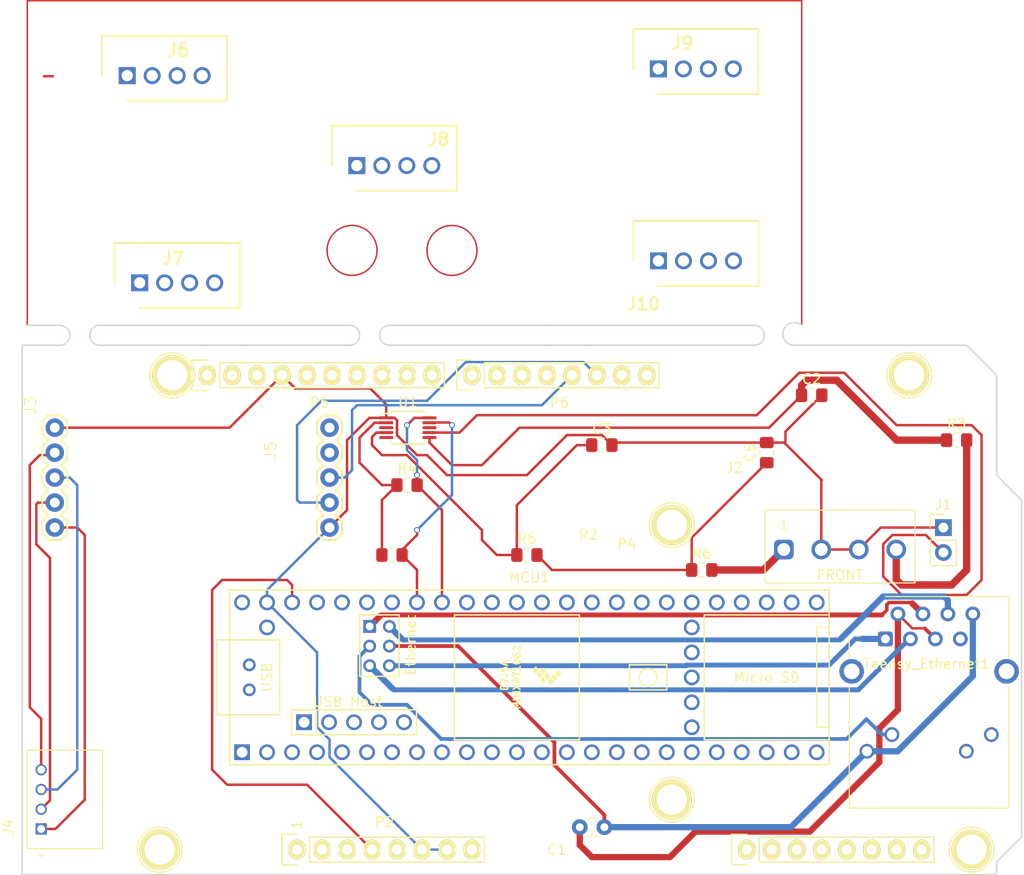
<source format=kicad_pcb>
(kicad_pcb (version 20211014) (generator pcbnew)
  (title_block (date "mar. 31 mars 2015"))
  (layers (0 "F.Cu" signal) (31 "B.Cu" signal) (34 "B.Paste" user) (35 "F.Paste" user) (36 "B.SilkS" user "B.Silkscreen") (37 "F.SilkS" user "F.Silkscreen") (38 "B.Mask" user) (39 "F.Mask" user) (44 "Edge.Cuts" user))
  (net 0 "")
  (net 1 "GND")
  (net 2 "+5V")
  (net 3 "/IOREF")
  (net 4 "/Reset")
  (net 5 "/Vin")
  (net 6 "/A8")
  (net 7 "/A9")
  (net 8 "/A10")
  (net 9 "/A11")
  (net 10 "/A12")
  (net 11 "/A13")
  (net 12 "/A14")
  (net 13 "/A15")
  (net 14 "/SCL")
  (net 15 "/SDA")
  (net 16 "/AREF")
  (net 17 "/13(**)")
  (net 18 "/12(**)")
  (net 19 "/11(**)")
  (net 20 "/10(**)")
  (net 21 "/9(**)")
  (net 22 "/8(**)")
  (net 23 "/7(**)")
  (net 24 "/6(**)")
  (net 25 "/5(**)")
  (net 26 "/4(**)")
  (net 27 "/3(**)")
  (net 28 "/2(**)")
  (net 29 "Net-(C1-Pad2)")
  (net 30 "+3V3")
  (net 31 "/1(Tx0)")
  (net 32 "/0(Rx0)")
  (net 97 "Net-(J1-Pad2)")
  (net 98 "Net-(J2-Pad1)")
  (net 99 "Net-(J2-Pad4)")
  (net 103 "Net-(C3-Pad1)")
  (net 106 "VDD")
  (net 107 "VCC")
  (net 108 "Net-(R2-Pad1)")
  (net 109 "Net-(MCU1-Pad65)")
  (net 110 "Net-(MCU1-Pad63)")
  (net 111 "Net-(MCU1-Pad62)")
  (net 112 "Net-(MCU1-Pad61)")
  (net 113 "Net-(MCU1-Pad60)")
  (net 114 "Net-(MCU1-Pad41)")
  (net 115 "Net-(MCU1-Pad40)")
  (net 116 "Net-(J10-Pad4)")
  (net 117 "Net-(J10-Pad3)")
  (net 118 "Net-(J10-Pad2)")
  (net 119 "Net-(J10-Pad1)")
  (net 120 "Net-(C6-Pad1)")
  (net 121 "Net-(C2-Pad1)")
  (net 122 "/5V")
  (net 123 "Net-(J3-Pad5)")
  (net 124 "Net-(J3-Pad4)")
  (net 125 "Net-(J3-Pad3)")
  (net 126 "Net-(J3-Pad2)")
  (net 127 "Net-(C1-Pad1)")
  (footprint "Socket_Arduino_Mega:Socket_Strip_Arduino_1x08" (layer "F.Cu") (at 131.572 119.38)
    (fp_text reference "P2")
    (fp_text value "Power")
  )
  (footprint "Socket_Arduino_Mega:Socket_Strip_Arduino_1x08" (layer "F.Cu") (at 177.292 119.38)
    (fp_text reference "P4")
    (fp_text value "Analog")
  )
  (footprint "Socket_Arduino_Mega:Socket_Strip_Arduino_1x10" (layer "F.Cu") (at 122.428 71.12)
    (fp_text reference "P5")
    (fp_text value "PWM")
  )
  (footprint "Socket_Arduino_Mega:Socket_Strip_Arduino_1x08" (layer "F.Cu") (at 149.352 71.12)
    (fp_text reference "P6")
    (fp_text value "PWM")
  )
  (footprint "Socket_Arduino_Mega:Arduino_1pin" (layer "F.Cu") (at 117.602 119.38)
    (fp_text reference "P8" hide)
    (fp_text value "CONN_01X01" hide)
  )
  (footprint "Socket_Arduino_Mega:Arduino_1pin" (layer "F.Cu") (at 169.672 114.3)
    (fp_text reference "P9" hide)
    (fp_text value "CONN_01X01" hide)
  )
  (footprint "Socket_Arduino_Mega:Arduino_1pin" (layer "F.Cu") (at 200.152 119.38)
    (fp_text reference "P10" hide)
    (fp_text value "CONN_01X01" hide)
  )
  (footprint "Socket_Arduino_Mega:Arduino_1pin" (layer "F.Cu") (at 118.872 71.12)
    (fp_text reference "P11" hide)
    (fp_text value "CONN_01X01" hide)
  )
  (footprint "Socket_Arduino_Mega:Arduino_1pin" (layer "F.Cu") (at 169.672 86.36)
    (fp_text reference "P12" hide)
    (fp_text value "CONN_01X01" hide)
  )
  (footprint "Socket_Arduino_Mega:Arduino_1pin" (layer "F.Cu") (at 193.802 71.12)
    (fp_text reference "P13" hide)
    (fp_text value "CONN_01X01" hide)
  )
  (footprint "Package_SO:MSOP-10_3x3mm_P0.5mm" (layer "F.Cu") (at 142.834 76.454)
    (fp_text reference "U1")
    (fp_text value "AD7151")
  )
  (footprint "SparkFun_HX711_Load_Cell:1X05" (layer "F.Cu") (at 134.874 76.454 -90)
    (fp_text reference "J5")
    (fp_text value "M05PTH")
  )
  (footprint "Capacitor_SMD:C_0805_2012Metric_Pad1.15x1.40mm_HandSolder" (layer "F.Cu") (at 183.896 73.152)
    (fp_text reference "C2")
    (fp_text value "47pF")
  )
  (footprint "Capacitor_THT:C_Disc_D3.0mm_W1.6mm_P2.50mm" (layer "F.Cu") (at 160.314 117.094)
    (fp_text reference "C1")
    (fp_text value "0.1uF1")
  )
  (footprint "Connector:TE_440055-4" (layer "F.Cu") (at 105.55 117.2765 90)
    (fp_text reference "J4")
    (fp_text value "440055-4")
  )
  (footprint "SparkFun_HX711_Load_Cell:1X05" (layer "F.Cu") (at 106.934 76.454 -90)
    (fp_text reference "J3")
    (fp_text value "M05PTH")
  )
  (footprint "Resistor_SMD:R_0805_2012Metric_Pad1.15x1.40mm_HandSolder" (layer "F.Cu") (at 154.94 89.408)
    (fp_text reference "R5")
    (fp_text value "82k")
  )
  (footprint "Connector:SHDR4W97P0X254_1X4_1271X660X1143P" (layer "F.Cu") (at 137.649 49.7915)
    (fp_text reference "J8")
    (fp_text value "70543-0003" hide)
  )
  (footprint "Capacitor_SMD:C_0805_2012Metric_Pad1.15x1.40mm_HandSolder" (layer "F.Cu") (at 179.324 78.994 90)
    (fp_text reference "C6")
    (fp_text value "68pF")
  )
  (footprint "Connector_PinHeader_2.54mm:PinHeader_1x02_P2.54mm_Vertical" (layer "F.Cu") (at 197.282 86.614)
    (fp_text reference "J1")
    (fp_text value "Conn_01x02_Male")
  )
  (footprint "Resistor_SMD:R_0805_2012Metric_Pad1.15x1.40mm_HandSolder" (layer "F.Cu") (at 142.748 82.296)
    (fp_text reference "R4")
    (fp_text value "10k")
  )
  (footprint "Connector:SHDR4W97P0X254_1X4_1271X660X1143P" (layer "F.Cu") (at 168.319 59.4815)
    (fp_text reference "J10")
    (fp_text value "70543-0003" hide)
  )
  (footprint "teensy:Teensy41" (layer "F.Cu") (at 155.194 101.854)
    (fp_text reference "MCU1")
    (fp_text value "Teensy4.1")
  )
  (footprint "Connector:SHDR4W97P0X254_1X4_1271X660X1143P" (layer "F.Cu") (at 115.57 61.72)
    (fp_text reference "J7")
    (fp_text value "70543-0003" hide)
  )
  (footprint "Resistor_SMD:R_0805_2012Metric_Pad1.15x1.40mm_HandSolder" (layer "F.Cu") (at 198.628 77.724)
    (fp_text reference "R3")
    (fp_text value "10k")
  )
  (footprint "Resistor_SMD:R_0805_2012Metric_Pad1.15x1.40mm_HandSolder" (layer "F.Cu") (at 141.224 89.408)
    (fp_text reference "R2")
    (fp_text value "10k")
  )
  (footprint "Connector_RJ:RJ45_Cetus_J1B1211CCD_Horizontal" (layer "F.Cu") (at 191.389 97.944)
    (fp_text reference "Teensy_Ethernet1")
    (fp_text value "RJ45_LED")
  )
  (footprint "Connector:SHDR4W97P0X254_1X4_1271X660X1143P" (layer "F.Cu") (at 114.3 40.64)
    (fp_text reference "J6")
    (fp_text value "70543-0003" hide)
  )
  (footprint "Resistor_SMD:R_0805_2012Metric_Pad1.15x1.40mm_HandSolder" (layer "F.Cu") (at 172.72 90.932)
    (fp_text reference "R6")
    (fp_text value "39k")
  )
  (footprint "AnyTech:Amphenol Anytech YO 3.81mm 4p" (layer "F.Cu") (at 186.777 88.849)
    (fp_text reference "J2")
    (fp_text value "Conn_01x04_Female")
  )
  (footprint "Connector:SHDR4W97P0X254_1X4_1271X660X1143P" (layer "F.Cu") (at 168.309 39.9515)
    (fp_text reference "J9")
    (fp_text value "70543-0003" hide)
  )
  (footprint "Capacitor_SMD:C_0805_2012Metric_Pad1.15x1.40mm_HandSolder" (layer "F.Cu") (at 162.56 78.232)
    (fp_text reference "C3")
    (fp_text value "22pF")
  )
  (gr_line (start 104.14 33.02) (end 104.14 66.04) (layer "F.Cu") (width 0.15))
  (gr_line (start 182.88 33.02) (end 182.88 66.04) (layer "F.Cu") (width 0.15))
  (gr_circle (center 137.16 58.42) (end 139.7 58.42) (layer "F.Cu") (width 0.15) (fill none))
  (gr_circle (center 147.32 58.42) (end 149.86 58.42) (layer "F.Cu") (width 0.15) (fill none))
  (gr_line (start 104.14 33.02) (end 182.88 33.02) (layer "F.Cu") (width 0.15))
  (gr_line (start 103.632 70.104) (end 103.632 68.072) (layer "Edge.Cuts") (width 0.15))
  (gr_line (start 140.97 68.072) (end 156.972 68.072) (layer "Edge.Cuts") (width 0.15))
  (gr_arc (start 140.97 68.072) (mid 139.954 67.056) (end 140.97 66.04) (layer "Edge.Cuts") (width 0.15))
  (gr_line (start 126.492 66.04) (end 136.906 66.04) (layer "Edge.Cuts") (width 0.15))
  (gr_line (start 103.632 68.072) (end 107.442 68.072) (layer "Edge.Cuts") (width 0.15))
  (gr_line (start 156.972 66.04) (end 161.036 66.04) (layer "Edge.Cuts") (width 0.15))
  (gr_line (start 140.97 66.04) (end 156.972 66.04) (layer "Edge.Cuts") (width 0.15))
  (gr_line (start 161.036 68.072) (end 156.972 68.072) (layer "Edge.Cuts") (width 0.15))
  (gr_line (start 126.492 68.072) (end 122.428 68.072) (layer "Edge.Cuts") (width 0.15))
  (gr_line (start 200.14 68.57) (end 202.692 71.12) (layer "Edge.Cuts") (width 0.15))
  (gr_arc (start 111.506 68.072) (mid 110.49 67.056) (end 111.506 66.04) (layer "Edge.Cuts") (width 0.15))
  (gr_line (start 205.232 83.82) (end 205.232 118.11) (layer "Edge.Cuts") (width 0.15))
  (gr_line (start 161.036 68.072) (end 178.054 68.072) (layer "Edge.Cuts") (width 0.15))
  (gr_line (start 202.692 121.92) (end 103.632 121.92) (layer "Edge.Cuts") (width 0.15))
  (gr_line (start 111.506 68.072) (end 122.428 68.072) (layer "Edge.Cuts") (width 0.15))
  (gr_arc (start 182.118 68.072) (mid 181.032912 66.506217) (end 182.88 66.04) (layer "Edge.Cuts") (width 0.15))
  (gr_arc (start 107.442 66.04) (mid 108.458 67.056) (end 107.442 68.072) (layer "Edge.Cuts") (width 0.15))
  (gr_line (start 202.692 81.28) (end 205.232 83.82) (layer "Edge.Cuts") (width 0.15))
  (gr_line (start 205.232 118.11) (end 202.692 120.65) (layer "Edge.Cuts") (width 0.15))
  (gr_line (start 111.506 66.04) (end 122.428 66.04) (layer "Edge.Cuts") (width 0.15))
  (gr_line (start 126.492 66.04) (end 122.428 66.04) (layer "Edge.Cuts") (width 0.15))
  (gr_line (start 161.036 66.04) (end 178.054 66.04) (layer "Edge.Cuts") (width 0.15))
  (gr_line (start 200.14 68.57) (end 199.644 68.072) (layer "Edge.Cuts") (width 0.15))
  (gr_line (start 182.118 68.072) (end 199.644 68.072) (layer "Edge.Cuts") (width 0.15))
  (gr_line (start 103.632 74.168) (end 103.632 70.104) (layer "Edge.Cuts") (width 0.15))
  (gr_line (start 126.492 68.072) (end 136.906 68.072) (layer "Edge.Cuts") (width 0.15))
  (gr_arc (start 178.054 66.04) (mid 179.07 67.056) (end 178.054 68.072) (layer "Edge.Cuts") (width 0.15))
  (gr_line (start 103.632 121.92) (end 103.632 74.168) (layer "Edge.Cuts") (width 0.15))
  (gr_line (start 202.692 71.12) (end 202.692 81.28) (layer "Edge.Cuts") (width 0.15))
  (gr_line (start 202.692 120.65) (end 202.692 121.92) (layer "Edge.Cuts") (width 0.15))
  (gr_line (start 104.14 66.04) (end 107.442 66.04) (layer "Edge.Cuts") (width 0.15))
  (gr_arc (start 136.906 66.04) (mid 137.922 67.056) (end 136.906 68.072) (layer "Edge.Cuts") (width 0.15))
  (gr_text "1" (at 131.572 116.84 90) (layer "F.SilkS") (effects (font (size 1 1))))
  (segment (start 190.917 86.614) (end 188.682 88.849) (width 0.25) (layer "F.Cu") (net 1))
  (segment (start 163.585 78.232) (end 162.56048 77.20748) (width 0.25) (layer "F.Cu") (net 1))
  (segment (start 136.652 84.836) (end 136.652 77.724) (width 0.25) (layer "F.Cu") (net 1))
  (segment (start 141.732 75.692) (end 141.494 75.454) (width 0.25) (layer "F.Cu") (net 1))
  (segment (start 181.229 76.844) (end 181.229 78.105) (width 0.25) (layer "F.Cu") (net 1))
  (segment (start 144.78 79.248) (end 143.764 79.248) (width 0.25) (layer "F.Cu") (net 1))
  (segment (start 188.682 88.849) (end 184.872 88.849) (width 0.25) (layer "F.Cu") (net 1))
  (segment (start 162.56048 77.20748) (end 159.01252 77.20748) (width 0.25) (layer "F.Cu") (net 1))
  (segment (start 131.38852 72.46052) (end 139.00852 72.46052) (width 0.25) (layer "F.Cu") (net 1))
  (segment (start 140.634 74.086) (end 140.634 75.454) (width 0.25) (layer "F.Cu") (net 1))
  (segment (start 138.922 75.454) (end 140.634 75.454) (width 0.25) (layer "F.Cu") (net 1))
  (segment (start 163.848 77.969) (end 163.585 78.232) (width 0.25) (layer "F.Cu") (net 1))
  (segment (start 184.872 81.828) (end 184.872 88.849) (width 0.25) (layer "F.Cu") (net 1))
  (segment (start 139.00852 72.46052) (end 140.634 74.086) (width 0.25) (layer "F.Cu") (net 1))
  (segment (start 141.494 75.454) (end 140.634 75.454) (width 0.25) (layer "F.Cu") (net 1))
  (segment (start 179.324 77.969) (end 163.848 77.969) (width 0.25) (layer "F.Cu") (net 1))
  (segment (start 146.812 81.28) (end 144.78 79.248) (width 0.25) (layer "F.Cu") (net 1))
  (segment (start 181.229 78.105) (end 184.912 81.788) (width 0.25) (layer "F.Cu") (net 1))
  (segment (start 181.093 77.969) (end 181.229 78.105) (width 0.25) (layer "F.Cu") (net 1))
  (segment (start 184.921 73.152) (end 181.229 76.844) (width 0.25) (layer "F.Cu") (net 1))
  (segment (start 134.874 86.614) (end 136.652 84.836) (width 0.25) (layer "F.Cu") (net 1))
  (segment (start 136.652 77.724) (end 138.922 75.454) (width 0.25) (layer "F.Cu") (net 1))
  (segment (start 106.934 76.454) (end 124.714 76.454) (width 0.25) (layer "F.Cu") (net 1))
  (segment (start 179.324 77.969) (end 181.093 77.969) (width 0.25) (layer "F.Cu") (net 1))
  (segment (start 184.912 81.788) (end 184.872 81.828) (width 0.25) (layer "F.Cu") (net 1))
  (segment (start 124.714 76.454) (end 130.048 71.12) (width 0.25) (layer "F.Cu") (net 1))
  (segment (start 154.94 81.28) (end 146.812 81.28) (width 0.25) (layer "F.Cu") (net 1))
  (segment (start 197.282 86.614) (end 190.917 86.614) (width 0.25) (layer "F.Cu") (net 1))
  (segment (start 130.048 71.12) (end 131.38852 72.46052) (width 0.25) (layer "F.Cu") (net 1))
  (segment (start 141.732 77.216) (end 141.732 75.692) (width 0.25) (layer "F.Cu") (net 1))
  (segment (start 143.764 79.248) (end 141.732 77.216) (width 0.25) (layer "F.Cu") (net 1))
  (segment (start 159.01252 77.20748) (end 154.94 81.28) (width 0.25) (layer "F.Cu") (net 1))
  (segment (start 128.524 94.234) (end 128.524 92.964) (width 0.25) (layer "B.Cu") (net 1))
  (segment (start 134.874 108.184) (end 133.604 106.914) (width 0.25) (layer "B.Cu") (net 1))
  (segment (start 134.874 109.982) (end 134.874 108.184) (width 0.25) (layer "B.Cu") (net 1))
  (segment (start 133.604 99.314) (end 128.524 94.234) (width 0.25) (layer "B.Cu") (net 1))
  (segment (start 128.524 92.964) (end 134.874 86.614) (width 0.25) (layer "B.Cu") (net 1))
  (segment (start 146.812 119.38) (end 144.272 119.38) (width 0.25) (layer "B.Cu") (net 1))
  (segment (start 144.272 119.38) (end 134.874 109.982) (width 0.25) (layer "B.Cu") (net 1))
  (segment (start 133.604 106.914) (end 133.604 99.314) (width 0.25) (layer "B.Cu") (net 1))
  (segment (start 137.16 74.676) (end 137.16 80.772) (width 0.25) (layer "B.Cu") (net 27))
  (segment (start 136.398 81.534) (end 134.874 81.534) (width 0.25) (layer "B.Cu") (net 27))
  (segment (start 156.464 74.168) (end 137.668 74.168) (width 0.25) (layer "B.Cu") (net 27))
  (segment (start 137.668 74.168) (end 137.16 74.676) (width 0.25) (layer "B.Cu") (net 27))
  (segment (start 137.16 80.772) (end 136.398 81.534) (width 0.25) (layer "B.Cu") (net 27))
  (segment (start 159.512 71.12) (end 156.464 74.168) (width 0.25) (layer "B.Cu") (net 27))
  (segment (start 131.826 84.074) (end 134.874 84.074) (width 0.25) (layer "B.Cu") (net 28))
  (segment (start 134.05352 73.71848) (end 131.572 76.2) (width 0.25) (layer "B.Cu") (net 28))
  (segment (start 160.71148 69.77948) (end 148.719 69.77948) (width 0.25) (layer "B.Cu") (net 28))
  (segment (start 131.572 83.82) (end 131.826 84.074) (width 0.25) (layer "B.Cu") (net 28))
  (segment (start 131.572 76.2) (end 131.572 83.82) (width 0.25) (layer "B.Cu") (net 28))
  (segment (start 148.719 69.77948) (end 144.78 73.71848) (width 0.25) (layer "B.Cu") (net 28))
  (segment (start 162.052 71.12) (end 160.71148 69.77948) (width 0.25) (layer "B.Cu") (net 28))
  (segment (start 144.78 73.71848) (end 134.05352 73.71848) (width 0.25) (layer "B.Cu") (net 28))
  (segment (start 157.734 108.458) (end 147.9484 98.6724) (width 0.381) (layer "F.Cu") (net 29))
  (segment (start 162.814 117.094) (end 162.814 115.854) (width 0.381) (layer "F.Cu") (net 29))
  (segment (start 147.9484 98.6724) (end 140.954 98.6724) (width 0.381) (layer "F.Cu") (net 29))
  (segment (start 162.814 115.854) (end 157.734 110.774) (width 0.381) (layer "F.Cu") (net 29))
  (segment (start 157.734 110.774) (end 157.734 108.458) (width 0.381) (layer "F.Cu") (net 29))
  (segment (start 181.789 117.094) (end 162.814 117.094) (width 0.635) (layer "B.Cu") (net 29))
  (segment (start 192.632 109.374) (end 200.279 101.727) (width 0.635) (layer "B.Cu") (net 29))
  (segment (start 200.279 101.727) (end 200.279 95.404) (width 0.635) (layer "B.Cu") (net 29))
  (segment (start 189.509 109.374) (end 192.632 109.374) (width 0.635) (layer "B.Cu") (net 29))
  (segment (start 189.509 109.374) (end 181.789 117.094) (width 0.635) (layer "B.Cu") (net 29))
  (segment (start 122.936 92.964) (end 123.952 91.948) (width 0.25) (layer "F.Cu") (net 30))
  (segment (start 124.46 112.776) (end 122.936 111.252) (width 0.25) (layer "F.Cu") (net 30))
  (segment (start 130.556 91.948) (end 131.064 92.456) (width 0.25) (layer "F.Cu") (net 30))
  (segment (start 123.952 91.948) (end 130.556 91.948) (width 0.25) (layer "F.Cu") (net 30))
  (segment (start 122.936 111.252) (end 122.936 92.964) (width 0.25) (layer "F.Cu") (net 30))
  (segment (start 139.192 119.38) (end 132.588 112.776) (width 0.25) (layer "F.Cu") (net 30))
  (segment (start 131.064 92.456) (end 131.064 94.234) (width 0.25) (layer "F.Cu") (net 30))
  (segment (start 132.588 112.776) (end 124.46 112.776) (width 0.25) (layer "F.Cu") (net 30))
  (segment (start 191.167489 88.300368) (end 191.167489 91.599489) (width 0.25) (layer "F.Cu") (net 97))
  (segment (start 187.198 70.866) (end 182.626 70.866) (width 0.25) (layer "F.Cu") (net 97))
  (segment (start 199.644 93.472) (end 201.168 91.948) (width 0.25) (layer "F.Cu") (net 97))
  (segment (start 178.308 75.184) (end 149.86 75.184) (width 0.25) (layer "F.Cu") (net 97))
  (segment (start 149.86 75.184) (end 148.09 76.954) (width 0.25) (layer "F.Cu") (net 97))
  (segment (start 191.167489 91.599489) (end 193.04 93.472) (width 0.25) (layer "F.Cu") (net 97))
  (segment (start 200.152 76.2) (end 192.532 76.2) (width 0.25) (layer "F.Cu") (net 97))
  (segment (start 197.282 89.154) (end 195.504 87.376) (width 0.25) (layer "F.Cu") (net 97))
  (segment (start 201.168 91.948) (end 201.168 77.216) (width 0.25) (layer "F.Cu") (net 97))
  (segment (start 195.504 87.376) (end 192.091857 87.376) (width 0.25) (layer "F.Cu") (net 97))
  (segment (start 192.532 76.2) (end 187.198 70.866) (width 0.25) (layer "F.Cu") (net 97))
  (segment (start 201.168 77.216) (end 200.152 76.2) (width 0.25) (layer "F.Cu") (net 97))
  (segment (start 182.626 70.866) (end 178.308 75.184) (width 0.25) (layer "F.Cu") (net 97))
  (segment (start 192.091857 87.376) (end 191.167489 88.300368) (width 0.25) (layer "F.Cu") (net 97))
  (segment (start 193.04 93.472) (end 199.644 93.472) (width 0.25) (layer "F.Cu") (net 97))
  (segment (start 148.09 76.954) (end 145.034 76.954) (width 0.25) (layer "F.Cu") (net 97))
  (segment (start 178.979 90.932) (end 173.745 90.932) (width 0.75) (layer "F.Cu") (net 98))
  (segment (start 181.062 88.849) (end 178.979 90.932) (width 0.75) (layer "F.Cu") (net 98))
  (segment (start 192.492 91.908) (end 193.04 92.456) (width 0.75) (layer "F.Cu") (net 99))
  (segment (start 192.492 88.849) (end 192.492 91.908) (width 0.75) (layer "F.Cu") (net 99))
  (segment (start 193.04 92.456) (end 198.12 92.456) (width 0.75) (layer "F.Cu") (net 99))
  (segment (start 199.653 90.923) (end 199.653 77.724) (width 0.75) (layer "F.Cu") (net 99))
  (segment (start 198.12 92.456) (end 199.653 90.923) (width 0.75) (layer "F.Cu") (net 99))
  (segment (start 153.915 89.408) (end 151.892 89.408) (width 0.25) (layer "F.Cu") (net 103))
  (segment (start 139.192 77.396978) (end 139.634978 76.954) (width 0.25) (layer "F.Cu") (net 103))
  (segment (start 139.634978 76.954) (end 140.634 76.954) (width 0.25) (layer "F.Cu") (net 103))
  (segment (start 151.892 89.408) (end 150.368 87.884) (width 0.25) (layer "F.Cu") (net 103))
  (segment (start 153.915 84.337) (end 153.915 89.408) (width 0.25) (layer "F.Cu") (net 103))
  (segment (start 160.02 78.232) (end 153.915 84.337) (width 0.25) (layer "F.Cu") (net 103))
  (segment (start 150.368 86.868) (end 142.748 79.248) (width 0.25) (layer "F.Cu") (net 103))
  (segment (start 161.535 78.232) (end 160.02 78.232) (width 0.25) (layer "F.Cu") (net 103))
  (segment (start 150.368 87.884) (end 150.368 86.868) (width 0.25) (layer "F.Cu") (net 103))
  (segment (start 142.748 79.248) (end 140.208 79.248) (width 0.25) (layer "F.Cu") (net 103))
  (segment (start 140.208 79.248) (end 139.192 78.232) (width 0.25) (layer "F.Cu") (net 103))
  (segment (start 139.192 78.232) (end 139.192 77.396978) (width 0.25) (layer "F.Cu") (net 103))
  (segment (start 140.199 89.408) (end 140.199 83.82) (width 0.25) (layer "F.Cu") (net 108))
  (segment (start 139.454 75.954) (end 140.634 75.954) (width 0.25) (layer "F.Cu") (net 108))
  (segment (start 137.922 77.47) (end 139.446 75.946) (width 0.25) (layer "F.Cu") (net 108))
  (segment (start 137.922 80.01) (end 137.922 77.47) (width 0.25) (layer "F.Cu") (net 108))
  (segment (start 141.723 82.296) (end 140.208 82.296) (width 0.25) (layer "F.Cu") (net 108))
  (segment (start 140.199 83.82) (end 141.723 82.296) (width 0.25) (layer "F.Cu") (net 108))
  (segment (start 139.446 75.946) (end 139.454 75.954) (width 0.25) (layer "F.Cu") (net 108))
  (segment (start 140.208 82.296) (end 137.922 80.01) (width 0.25) (layer "F.Cu") (net 108))
  (segment (start 140.954 96.6724) (end 142.180111 97.898511) (width 0.635) (layer "B.Cu") (net 109))
  (segment (start 186.746 98.044) (end 186.891489 97.898511) (width 0.5) (layer "B.Cu") (net 109))
  (segment (start 142.3256 98.044) (end 186.746 98.044) (width 0.5) (layer "B.Cu") (net 109))
  (segment (start 197.35 93.63) (end 197.739 94.019) (width 0.635) (layer "B.Cu") (net 109))
  (segment (start 197.739 94.019) (end 197.739 95.404) (width 0.635) (layer "B.Cu") (net 109))
  (segment (start 186.891489 97.898511) (end 191.16 93.63) (width 0.635) (layer "B.Cu") (net 109))
  (segment (start 142.180111 97.898511) (end 142.3256 98.044) (width 0.5) (layer "B.Cu") (net 109))
  (segment (start 191.16 93.63) (end 197.35 93.63) (width 0.635) (layer "B.Cu") (net 109))
  (segment (start 171.118524 100.6724) (end 171.186435 100.604489) (width 0.5) (layer "B.Cu") (net 110))
  (segment (start 188.314 97.944) (end 189.032304 97.944) (width 0.5) (layer "B.Cu") (net 110))
  (segment (start 140.954 100.6724) (end 171.118524 100.6724) (width 0.5) (layer "B.Cu") (net 110))
  (segment (start 189.032304 97.944) (end 191.389 97.944) (width 0.635) (layer "B.Cu") (net 110))
  (segment (start 171.186435 100.604489) (end 185.653511 100.604489) (width 0.5) (layer "B.Cu") (net 110))
  (segment (start 185.653511 100.604489) (end 188.314 97.944) (width 0.5) (layer "B.Cu") (net 110))
  (segment (start 141.4056 103.124) (end 188.637319 103.124) (width 0.5) (layer "B.Cu") (net 111))
  (segment (start 141.260111 102.978511) (end 141.4056 103.124) (width 0.5) (layer "B.Cu") (net 111))
  (segment (start 188.637319 103.124) (end 193.817319 97.944) (width 0.5) (layer "B.Cu") (net 111))
  (segment (start 193.817319 97.944) (end 193.929 97.944) (width 0.5) (layer "B.Cu") (net 111))
  (segment (start 138.954 100.6724) (end 141.260111 102.978511) (width 0.635) (layer "B.Cu") (net 111))
  (segment (start 146.224011 108.124011) (end 142.748 104.648) (width 0.381) (layer "B.Cu") (net 112))
  (segment (start 137.913989 103.369989) (end 137.913989 99.712411) (width 0.381) (layer "B.Cu") (net 112))
  (segment (start 142.748 104.648) (end 139.192 104.648) (width 0.381) (layer "B.Cu") (net 112))
  (segment (start 191.024095 107.674) (end 189.459616 106.109521) (width 0.381) (layer "B.Cu") (net 112))
  (segment (start 189.459616 106.109521) (end 187.445126 108.124011) (width 0.381) (layer "B.Cu") (net 112))
  (segment (start 137.913989 99.712411) (end 138.954 98.6724) (width 0.381) (layer "B.Cu") (net 112))
  (segment (start 139.192 104.648) (end 137.913989 103.369989) (width 0.381) (layer "B.Cu") (net 112))
  (segment (start 187.445126 108.124011) (end 146.224011 108.124011) (width 0.381) (layer "B.Cu") (net 112))
  (segment (start 192.049 107.674) (end 191.024095 107.674) (width 0.381) (layer "B.Cu") (net 112))
  (segment (start 139.976911 95.649489) (end 140.1224 95.504) (width 0.35) (layer "F.Cu") (net 113))
  (segment (start 191.77 94.234) (end 194.029 94.234) (width 0.35) (layer "F.Cu") (net 113))
  (segment (start 191.534489 94.469511) (end 191.77 94.234) (width 0.35) (layer "F.Cu") (net 113))
  (segment (start 191.534489 95.008922) (end 191.534489 94.469511) (width 0.35) (layer "F.Cu") (net 113))
  (segment (start 194.124489 94.329489) (end 195.199 95.404) (width 0.635) (layer "F.Cu") (net 113))
  (segment (start 138.954 96.6724) (end 139.976911 95.649489) (width 0.635) (layer "F.Cu") (net 113))
  (segment (start 194.029 94.234) (end 194.124489 94.329489) (width 0.35) (layer "F.Cu") (net 113))
  (segment (start 140.1224 95.504) (end 191.039411 95.504) (width 0.5) (layer "F.Cu") (net 113))
  (segment (start 191.039411 95.504) (end 191.534489 95.008922) (width 0.35) (layer "F.Cu") (net 113))
  (segment (start 142.249 89.408) (end 143.764 90.923) (width 0.25) (layer "F.Cu") (net 114))
  (segment (start 143.764 87.376) (end 143.764 86.868) (width 0.25) (layer "F.Cu") (net 114))
  (segment (start 147.048511 75.928511) (end 145.796 75.928511) (width 0.25) (layer "F.Cu") (net 114))
  (segment (start 142.249 88.891) (end 143.764 87.376) (width 0.25) (layer "F.Cu") (net 114))
  (segment (start 147.32 76.2) (end 147.048511 75.928511) (width 0.25) (layer "F.Cu") (net 114))
  (segment (start 142.249 89.408) (end 142.249 88.891) (width 0.25) (layer "F.Cu") (net 114))
  (segment (start 143.764 90.923) (end 143.764 94.234) (width 0.25) (layer "F.Cu") (net 114))
  (via (at 143.764 86.868) (size 0.6) (drill 0.4) (layers "F.Cu" "B.Cu") (net 114))
  (via (at 147.32 76.2) (size 0.6) (drill 0.4) (layers "F.Cu" "B.Cu") (net 114))
  (segment (start 143.764 86.868) (end 147.32 83.312) (width 0.25) (layer "B.Cu") (net 114))
  (segment (start 147.32 83.312) (end 147.32 76.2) (width 0.25) (layer "B.Cu") (net 114))
  (segment (start 142.748 76.2) (end 143.494 75.454) (width 0.25) (layer "F.Cu") (net 115))
  (segment (start 146.304 84.827) (end 143.773 82.296) (width 0.25) (layer "F.Cu") (net 115))
  (segment (start 143.494 75.454) (end 145.034 75.454) (width 0.25) (layer "F.Cu") (net 115))
  (segment (start 143.773 81.289) (end 143.764 81.28) (width 0.25) (layer "F.Cu") (net 115))
  (segment (start 146.304 94.234) (end 146.304 84.827) (width 0.25) (layer "F.Cu") (net 115))
  (segment (start 143.773 82.296) (end 143.773 81.289) (width 0.25) (layer "F.Cu") (net 115))
  (via (at 143.764 81.28) (size 0.6) (drill 0.4) (layers "F.Cu" "B.Cu") (net 115))
  (via (at 142.748 76.2) (size 0.6) (drill 0.4) (layers "F.Cu" "B.Cu") (net 115))
  (segment (start 142.748 78.74) (end 142.748 76.2) (width 0.25) (layer "B.Cu") (net 115))
  (segment (start 142.748 78.74) (end 143.764 79.756) (width 0.25) (layer "B.Cu") (net 115))
  (segment (start 143.764 79.756) (end 143.764 81.28) (width 0.25) (layer "B.Cu") (net 115))
  (segment (start 105.879 40.7015) (end 106.740312 40.7015) (width 0.25) (layer "F.Cu") (net 119))
  (segment (start 105.859 40.7215) (end 105.879 40.7015) (width 0.25) (layer "F.Cu") (net 119))
  (segment (start 171.695 87.648) (end 179.324 80.019) (width 0.25) (layer "F.Cu") (net 120))
  (segment (start 171.695 90.932) (end 171.695 87.648) (width 0.25) (layer "F.Cu") (net 120))
  (segment (start 157.489 90.932) (end 155.965 89.408) (width 0.25) (layer "F.Cu") (net 120))
  (segment (start 171.695 90.932) (end 157.489 90.932) (width 0.25) (layer "F.Cu") (net 120))
  (segment (start 147.32 80.264) (end 145.034 77.978) (width 0.25) (layer "F.Cu") (net 121))
  (segment (start 145.034 77.978) (end 145.034 77.454) (width 0.25) (layer "F.Cu") (net 121))
  (segment (start 179.569 76.454) (end 154.178 76.454) (width 0.25) (layer "F.Cu") (net 121))
  (segment (start 154.178 76.454) (end 150.368 80.264) (width 0.25) (layer "F.Cu") (net 121))
  (segment (start 182.871 73.152) (end 179.569 76.454) (width 0.25) (layer "F.Cu") (net 121))
  (segment (start 182.871 72.145) (end 182.871 73.152) (width 0.75) (layer "F.Cu") (net 121))
  (segment (start 183.388 71.628) (end 182.871 72.145) (width 0.75) (layer "F.Cu") (net 121))
  (segment (start 150.368 80.264) (end 147.32 80.264) (width 0.25) (layer "F.Cu") (net 121))
  (segment (start 186.436 71.628) (end 183.388 71.628) (width 0.75) (layer "F.Cu") (net 121))
  (segment (start 197.603 77.724) (end 192.532 77.724) (width 0.75) (layer "F.Cu") (net 121))
  (segment (start 192.532 77.724) (end 186.436 71.628) (width 0.75) (layer "F.Cu") (net 121))
  (segment (start 107.0055 117.2765) (end 109.982 114.3) (width 0.25) (layer "F.Cu") (net 123))
  (segment (start 109.22 86.614) (end 106.934 86.614) (width 0.25) (layer "F.Cu") (net 123))
  (segment (start 109.982 114.3) (end 109.982 87.376) (width 0.25) (layer "F.Cu") (net 123))
  (segment (start 109.982 87.376) (end 109.22 86.614) (width 0.25) (layer "F.Cu") (net 123))
  (segment (start 105.55 117.2765) (end 107.0055 117.2765) (width 0.25) (layer "F.Cu") (net 123))
  (segment (start 106.449511 89.709511) (end 105.06 88.32) (width 0.25) (layer "F.Cu") (net 124))
  (segment (start 105.06 88.32) (end 105.06 84.25) (width 0.25) (layer "F.Cu") (net 124))
  (segment (start 105.55 115.2695) (end 106.449511 114.369989) (width 0.25) (layer "F.Cu") (net 124))
  (segment (start 105.236 84.074) (end 106.934 84.074) (width 0.25) (layer "F.Cu") (net 124))
  (segment (start 105.06 84.25) (end 105.236 84.074) (width 0.25) (layer "F.Cu") (net 124))
  (segment (start 106.449511 114.369989) (end 106.449511 89.709511) (width 0.25) (layer "F.Cu") (net 124))
  (segment (start 109.22 111.252) (end 109.22 82.296) (width 0.25) (layer "B.Cu") (net 125))
  (segment (start 109.22 82.296) (end 108.458 81.534) (width 0.25) (layer "B.Cu") (net 125))
  (segment (start 108.458 81.534) (end 106.934 81.534) (width 0.25) (layer "B.Cu") (net 125))
  (segment (start 105.55 113.2635) (end 107.2085 113.2635) (width 0.25) (layer "B.Cu") (net 125))
  (segment (start 107.2085 113.2635) (end 109.22 111.252) (width 0.25) (layer "B.Cu") (net 125))
  (segment (start 105.41 79.248) (end 106.68 79.248) (width 0.25) (layer "F.Cu") (net 126))
  (segment (start 105.55 111.2565) (end 105.55 106.058) (width 0.25) (layer "F.Cu") (net 126))
  (segment (start 106.68 79.248) (end 106.934 78.994) (width 0.25) (layer "F.Cu") (net 126))
  (segment (start 105.55 106.058) (end 104.394 104.902) (width 0.25) (layer "F.Cu") (net 126))
  (segment (start 104.394 80.264) (end 105.41 79.248) (width 0.25) (layer "F.Cu") (net 126))
  (segment (start 104.394 104.902) (end 104.394 80.264) (width 0.25) (layer "F.Cu") (net 126))
  (segment (start 161.544 120.142) (end 169.478 120.142) (width 0.635) (layer "F.Cu") (net 127))
  (segment (start 192.659 105.157927) (end 192.659 95.404) (width 0.635) (layer "F.Cu") (net 127))
  (segment (start 190.776011 110.467989) (end 190.776011 107.040916) (width 0.635) (layer "F.Cu") (net 127))
  (segment (start 172.07648 117.54352) (end 183.70048 117.54352) (width 0.635) (layer "F.Cu") (net 127))
  (segment (start 160.314 118.912) (end 161.544 120.142) (width 0.635) (layer "F.Cu") (net 127))
  (segment (start 194.124489 96.869489) (end 192.659 95.404) (width 0.25) (layer "F.Cu") (net 127))
  (segment (start 195.394489 96.869489) (end 194.124489 96.869489) (width 0.25) (layer "F.Cu") (net 127))
  (segment (start 183.70048 117.54352) (end 190.776011 110.467989) (width 0.635) (layer "F.Cu") (net 127))
  (segment (start 196.469 97.944) (end 195.394489 96.869489) (width 0.381) (layer "F.Cu") (net 127))
  (segment (start 160.314 117.094) (end 160.314 118.912) (width 0.635) (layer "F.Cu") (net 127))
  (segment (start 169.478 120.142) (end 172.07648 117.54352) (width 0.635) (layer "F.Cu") (net 127))
  (segment (start 190.776011 107.040916) (end 192.659 105.157927) (width 0.635) (layer "F.Cu") (net 127))
)
</source>
